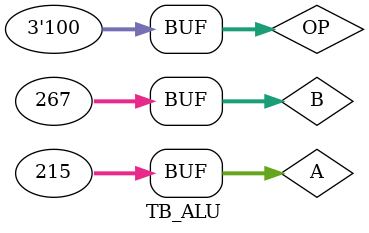
<source format=v>
module TB_ALU();
parameter N=32;
reg [N-1:0]A,B;
reg [2:0]OP;
wire [N-1:0]C;
wire OV;
ALU #(.N(N)) DUT1(.A(A),.B(B),.C(C),.OP(OP),.OV(OV));
initial begin
    A=32'd345;B=32'd234;OP=3'b000;
#10 A=32'd213;B=32'd345;OP=3'b000;
#10 A=32'd672;B=32'd85;OP=3'b001;
#10 A=32'd341;B=32'd943;OP=3'b001;
#10 A=32'd437;B=32'd768;OP=3'b010;
#10 A=32'd922;B=32'd346;OP=3'b010;
#10 A=32'd962;B=32'd123;OP=3'b011;
#10 A=32'd424;B=32'd254;OP=3'b011;
#10 A=32'd67;B=32'd24;OP=3'b100;
#10 A=32'd215;B=32'd267;OP=3'b100;
end

endmodule
</source>
